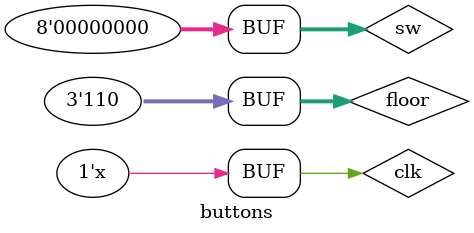
<source format=v>
`timescale 1ns / 1ps


module buttons;

	// Inputs
	reg [7:0] sw;
	reg clk;
	reg [2:0] floor;

	// Outputs
	wire [7:0] swout;

	// Instantiate the Unit Under Test (UUT)
	floor_buttons uut (
		.sw(sw), 
		.clk(clk), 
		.floor(floor), 
		.swout(swout)
	);

	initial begin
		// Initialize Inputs
		sw = 8'b00000000;
		clk = 0;
		floor = 0;

		// Wait 100 ns for global reset to finish
		#100;
		
		sw = 8'b01000000;
		
		#100;
		
		sw = 8'b00000000;
		
		#100;
		
		floor = 6;
		
        
		// Add stimulus here

	end
	
	always clk = #5 ~clk;
      
endmodule


</source>
